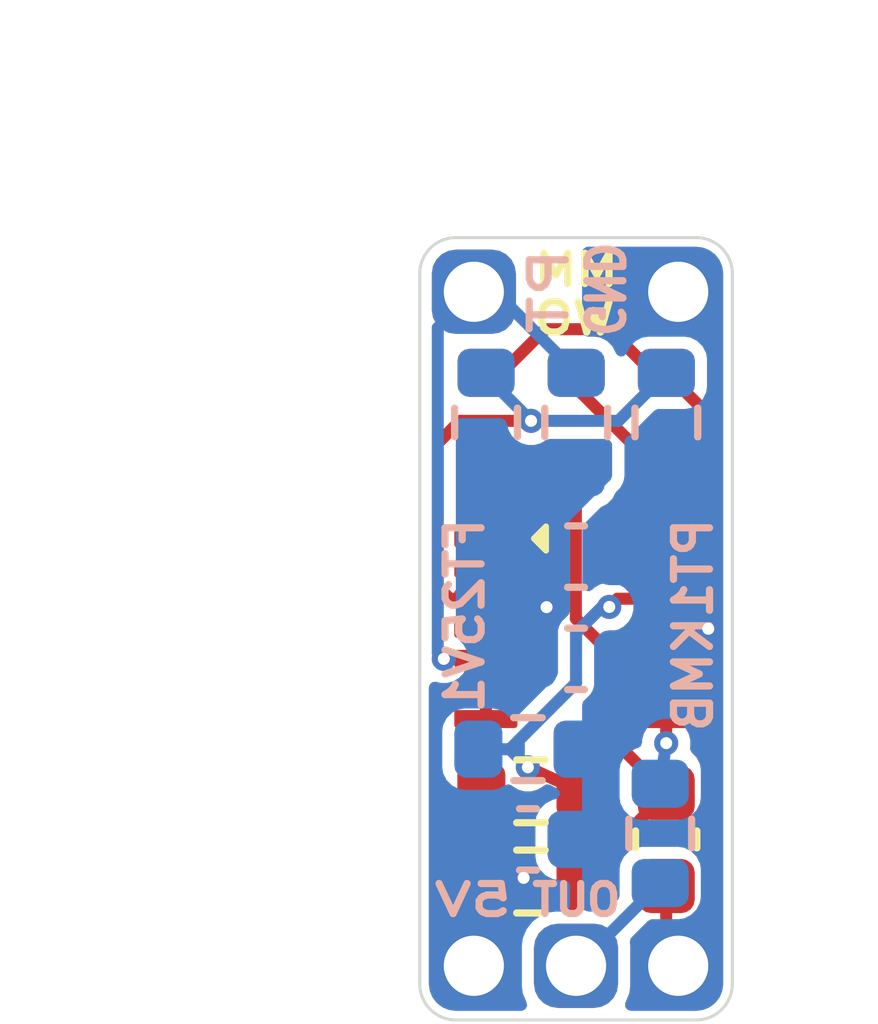
<source format=kicad_pcb>
(kicad_pcb (version 20241229) (generator "pcbnew") (generator_version "9.0")
  (layers (0 "F.Cu" signal) (2 "B.Cu" signal) (13 "F.Paste" user) (15 "B.Paste" user) (5 "F.SilkS" user "F.Silkscreen") (7 "B.SilkS" user "B.Silkscreen") (1 "F.Mask" user) (3 "B.Mask" user) (25 "Edge.Cuts" user))
  (net 0 "")
  (net 1 "GND")
  (net 2 "+5V")
  (net 3 "Net-(U1C-+)")
  (net 4 "/PT_SIDE")
  (net 5 "/OUT")
  (net 6 "/DIFF_OUT")
  (net 7 "/REF_SIDE")
  (net 8 "/REF_SIDE_BUFFERED")
  (net 9 "/PT_SIDE_BUFFERED")
  (net 10 "Net-(U1D--)")
  (net 11 "Net-(U1D-+)")
  (net 12 "Net-(U1C--)")
  (footprint "Resistor_SMD:R_0603_1608Metric" (layer "F.Cu") (at 138.95 96.5)
    (property "Reference" "R9" (hide yes))
    (property "Value" "9.09k")
    (fp_line (start -0.237258 -0.5225) (end 0.237258 -0.5225) (stroke (width 0.12)) (layer "F.SilkS"))
    (fp_line (start -0.237258 0.5225) (end 0.237258 0.5225) (stroke (width 0.12)) (layer "F.SilkS"))
    (pad "1" smd roundrect (at -0.825 0) (size 0.8 0.95) (layers "F.Cu" "F.Mask" "F.Paste") (net 2 "+5V"))
    (pad "2" smd roundrect (at 0.825 0) (size 0.8 0.95) (layers "F.Cu" "F.Mask" "F.Paste") (net 3 "Net-(U1C-+)"))
  )
  (footprint "MessbrueckePT1000:SOT-23-14" (layer "F.Cu") (at 139.7 92.3 -90)
    (property "Reference" "U1" (hide yes))
    (property "Value" "TLV9004")
    (fp_poly (pts (xy -1.5 0.7) (xy -1.7 0.5) (xy -1.3 0.5)) (stroke (width 0.1)) (fill yes) (layer "F.SilkS"))
    (pad "1" smd roundrect (at -1.5 1.5 270) (size 0.3 1.05) (layers "F.Cu" "F.Mask" "F.Paste") (roundrect_rratio 0.1666666667) (net 8 "/REF_SIDE_BUFFERED"))
    (pad "2" smd roundrect (at -1 1.5 270) (size 0.3 1.05) (layers "F.Cu" "F.Mask" "F.Paste") (roundrect_rratio 0.1666666667) (net 8 "/REF_SIDE_BUFFERED"))
    (pad "3" smd roundrect (at -0.5 1.5 270) (size 0.3 1.05) (layers "F.Cu" "F.Mask" "F.Paste") (roundrect_rratio 0.1666666667) (net 7 "/REF_SIDE"))
    (pad "4" smd roundrect (at 0 1.5 270) (size 0.3 1.05) (layers "F.Cu" "F.Mask" "F.Paste") (roundrect_rratio 0.1666666667) (net 2 "+5V"))
    (pad "5" smd roundrect (at 0.5 1.5 270) (size 0.3 1.05) (layers "F.Cu" "F.Mask" "F.Paste") (roundrect_rratio 0.1666666667) (net 4 "/PT_SIDE"))
    (pad "6" smd roundrect (at 1 1.5 270) (size 0.3 1.05) (layers "F.Cu" "F.Mask" "F.Paste") (roundrect_rratio 0.1666666667) (net 9 "/PT_SIDE_BUFFERED"))
    (pad "7" smd roundrect (at 1.5 1.5 270) (size 0.3 1.05) (layers "F.Cu" "F.Mask" "F.Paste") (roundrect_rratio 0.1666666667) (net 9 "/PT_SIDE_BUFFERED"))
    (pad "8" smd roundrect (at 1.5 -1.5 270) (size 0.3 1.05) (layers "F.Cu" "F.Mask" "F.Paste") (roundrect_rratio 0.1666666667) (net 12 "Net-(U1C--)"))
    (pad "9" smd roundrect (at 1 -1.5 270) (size 0.3 1.05) (layers "F.Cu" "F.Mask" "F.Paste") (roundrect_rratio 0.1666666667) (net 12 "Net-(U1C--)"))
    (pad "10" smd roundrect (at 0.5 -1.5 270) (size 0.3 1.05) (layers "F.Cu" "F.Mask" "F.Paste") (roundrect_rratio 0.1666666667) (net 3 "Net-(U1C-+)"))
    (pad "11" smd roundrect (at 0 -1.5 270) (size 0.3 1.05) (layers "F.Cu" "F.Mask" "F.Paste") (roundrect_rratio 0.1666666667) (net 1 "GND"))
    (pad "12" smd roundrect (at -0.5 -1.5 270) (size 0.3 1.05) (layers "F.Cu" "F.Mask" "F.Paste") (roundrect_rratio 0.1666666667) (net 11 "Net-(U1D-+)"))
    (pad "13" smd roundrect (at -1 -1.5 270) (size 0.3 1.05) (layers "F.Cu" "F.Mask" "F.Paste") (roundrect_rratio 0.1666666667) (net 10 "Net-(U1D--)"))
    (pad "14" smd roundrect (at -1.5 -1.5 270) (size 0.3 1.05) (layers "F.Cu" "F.Mask" "F.Paste") (roundrect_rratio 0.1666666667) (net 6 "/DIFF_OUT"))
  )
  (footprint "Capacitor_SMD:C_0603_1608Metric" (layer "F.Cu") (at 141.2 95.8 -90)
    (property "Reference" "C4" (hide yes))
    (property "Value" "100nF")
    (fp_line (start -0.140581 0.51) (end 0.140581 0.51) (stroke (width 0.12)) (layer "F.SilkS"))
    (fp_line (start -0.140581 -0.51) (end 0.140581 -0.51) (stroke (width 0.12)) (layer "F.SilkS"))
    (pad "1" smd roundrect (at -0.775 0 270) (size 0.9 0.95) (layers "F.Cu" "F.Mask" "F.Paste") (net 3 "Net-(U1C-+)"))
    (pad "2" smd roundrect (at 0.775 0 270) (size 0.9 0.95) (layers "F.Cu" "F.Mask" "F.Paste") (net 1 "GND"))
  )
  (footprint "MessbrueckePT1000:SolderWire_Small_1mm" (layer "F.Cu") (at 141.4 97.9 90)
    (property "Reference" "J5" (hide yes))
    (property "Value" "Conn_01x01_Socket" (hide yes))
    (pad "1" thru_hole roundrect (at 0 0 90) (size 1.4 1.4) (drill 1) (layers "*.Cu" "*.Mask") (roundrect_rratio 0.2857142857) (net 1 "GND"))
  )
  (footprint "Resistor_SMD:R_0603_1608Metric" (layer "F.Cu") (at 138.95 95 180)
    (property "Reference" "R5" (hide yes))
    (property "Value" "1k")
    (fp_line (start -0.237258 0.5225) (end 0.237258 0.5225) (stroke (width 0.12)) (layer "F.SilkS"))
    (fp_line (start -0.237258 -0.5225) (end 0.237258 -0.5225) (stroke (width 0.12)) (layer "F.SilkS"))
    (pad "1" smd roundrect (at -0.825 0 180) (size 0.8 0.95) (layers "F.Cu" "F.Mask" "F.Paste") (net 11 "Net-(U1D-+)"))
    (pad "2" smd roundrect (at 0.825 0 180) (size 0.8 0.95) (layers "F.Cu" "F.Mask" "F.Paste") (net 9 "/PT_SIDE_BUFFERED"))
  )
  (footprint "MessbrueckePT1000:SolderWire_Small_1mm" (layer "F.Cu") (at 139.7 97.9 90)
    (property "Reference" "J4" (hide yes))
    (property "Value" "Conn_01x01_Socket" (hide yes))
    (pad "1" thru_hole roundrect (at 0 0 90) (size 1.4 1.4) (drill 1) (layers "*.Cu" "*.Mask") (roundrect_rratio 0.2857142857) (net 5 "/OUT"))
  )
  (footprint "Resistor_SMD:R_0603_1608Metric" (layer "F.Cu") (at 139.702775 88.872225 90)
    (property "Reference" "R8" (hide yes))
    (property "Value" "1k")
    (fp_line (start -0.237258 -0.5225) (end 0.237258 -0.5225) (stroke (width 0.12)) (layer "F.SilkS"))
    (fp_line (start -0.237258 0.5225) (end 0.237258 0.5225) (stroke (width 0.12)) (layer "F.SilkS"))
    (pad "1" smd roundrect (at -0.825 0 90) (size 0.8 0.95) (layers "F.Cu" "F.Mask" "F.Paste") (net 3 "Net-(U1C-+)"))
    (pad "2" smd roundrect (at 0.825 0 90) (size 0.8 0.95) (layers "F.Cu" "F.Mask" "F.Paste") (net 6 "/DIFF_OUT"))
  )
  (footprint "Resistor_SMD:R_0603_1608Metric" (layer "F.Cu") (at 141.202775 88.872225 90)
    (property "Reference" "R6" (hide yes))
    (property "Value" "43k")
    (fp_line (start -0.237258 -0.5225) (end 0.237258 -0.5225) (stroke (width 0.12)) (layer "F.SilkS"))
    (fp_line (start -0.237258 0.5225) (end 0.237258 0.5225) (stroke (width 0.12)) (layer "F.SilkS"))
    (pad "1" smd roundrect (at -0.825 0 90) (size 0.8 0.95) (layers "F.Cu" "F.Mask" "F.Paste") (net 6 "/DIFF_OUT"))
    (pad "2" smd roundrect (at 0.825 0 90) (size 0.8 0.95) (layers "F.Cu" "F.Mask" "F.Paste") (net 10 "Net-(U1D--)"))
  )
  (footprint "MessbrueckePT1000:SolderWire_Small_1mm" (layer "F.Cu") (at 138 97.9 90)
    (property "Reference" "J3" (hide yes))
    (property "Value" "Conn_01x01_Socket" (hide yes))
    (pad "1" thru_hole roundrect (at 0 0 90) (size 1.4 1.4) (drill 1) (layers "*.Cu" "*.Mask") (roundrect_rratio 0.2857142857) (net 2 "+5V"))
  )
  (footprint "MessbrueckePT1000:SolderWire_Small_1mm" (layer "F.Cu") (at 138 86.7 90)
    (property "Reference" "J1" (hide yes))
    (property "Value" "Conn_01x01_Socket" (hide yes))
    (pad "1" thru_hole roundrect (at 0 0 90) (size 1.4 1.4) (drill 1) (layers "*.Cu" "*.Mask") (roundrect_rratio 0.2857142857) (net 4 "/PT_SIDE"))
  )
  (footprint "Resistor_SMD:R_0603_1608Metric" (layer "F.Cu") (at 138.202775 88.872225 -90)
    (property "Reference" "R4" (hide yes))
    (property "Value" "1k")
    (fp_line (start -0.237258 0.5225) (end 0.237258 0.5225) (stroke (width 0.12)) (layer "F.SilkS"))
    (fp_line (start -0.237258 -0.5225) (end 0.237258 -0.5225) (stroke (width 0.12)) (layer "F.SilkS"))
    (pad "1" smd roundrect (at -0.825 0 270) (size 0.8 0.95) (layers "F.Cu" "F.Mask" "F.Paste") (net 10 "Net-(U1D--)"))
    (pad "2" smd roundrect (at 0.825 0 270) (size 0.8 0.95) (layers "F.Cu" "F.Mask" "F.Paste") (net 8 "/REF_SIDE_BUFFERED"))
  )
  (footprint "MessbrueckePT1000:SolderWire_Small_1mm" (layer "F.Cu") (at 141.4 86.7 90)
    (property "Reference" "J2" (hide yes))
    (property "Value" "Conn_01x01_Socket" (hide yes))
    (pad "1" thru_hole roundrect (at 0 0 90) (size 1.4 1.4) (drill 1) (layers "*.Cu" "*.Mask") (roundrect_rratio 0.2857142857) (net 1 "GND"))
  )
  (footprint "Capacitor_SMD:C_0603_1608Metric" (layer "B.Cu") (at 139.7 92.8)
    (property "Reference" "C2" (hide yes))
    (property "Value" "10nF")
    (fp_line (start -0.140581 -0.51) (end 0.140581 -0.51) (stroke (width 0.12)) (layer "B.SilkS"))
    (fp_line (start -0.140581 0.51) (end 0.140581 0.51) (stroke (width 0.12)) (layer "B.SilkS"))
    (pad "1" smd roundrect (at -0.775 0) (size 0.9 0.95) (layers "B.Cu" "B.Mask" "B.Paste") (net 2 "+5V"))
    (pad "2" smd roundrect (at 0.775 0) (size 0.9 0.95) (layers "B.Cu" "B.Mask" "B.Paste") (net 1 "GND"))
  )
  (footprint "Resistor_SMD:R_0603_1608Metric" (layer "B.Cu") (at 139.702775 88.872225 90)
    (property "Reference" "R1" (hide yes))
    (property "Value" "9.09k")
    (fp_line (start -0.237258 -0.5225) (end 0.237258 -0.5225) (stroke (width 0.12)) (layer "B.SilkS"))
    (fp_line (start -0.237258 0.5225) (end 0.237258 0.5225) (stroke (width 0.12)) (layer "B.SilkS"))
    (pad "1" smd roundrect (at -0.825 0 90) (size 0.8 0.95) (layers "B.Cu" "B.Mask" "B.Paste") (net 2 "+5V"))
    (pad "2" smd roundrect (at 0.825 0 90) (size 0.8 0.95) (layers "B.Cu" "B.Mask" "B.Paste") (net 4 "/PT_SIDE"))
  )
  (footprint "Resistor_SMD:R_0603_1608Metric" (layer "B.Cu") (at 138.202775 88.872225 90)
    (property "Reference" "R2" (hide yes))
    (property "Value" "9.09k")
    (fp_line (start -0.237258 -0.5225) (end 0.237258 -0.5225) (stroke (width 0.12)) (layer "B.SilkS"))
    (fp_line (start -0.237258 0.5225) (end 0.237258 0.5225) (stroke (width 0.12)) (layer "B.SilkS"))
    (pad "1" smd roundrect (at -0.825 0 90) (size 0.8 0.95) (layers "B.Cu" "B.Mask" "B.Paste") (net 2 "+5V"))
    (pad "2" smd roundrect (at 0.825 0 90) (size 0.8 0.95) (layers "B.Cu" "B.Mask" "B.Paste") (net 7 "/REF_SIDE"))
  )
  (footprint "Resistor_SMD:R_0603_1608Metric" (layer "B.Cu") (at 141.202775 88.872225 -90)
    (property "Reference" "R3" (hide yes))
    (property "Value" "1k")
    (fp_line (start -0.237258 0.5225) (end 0.237258 0.5225) (stroke (width 0.12)) (layer "B.SilkS"))
    (fp_line (start -0.237258 -0.5225) (end 0.237258 -0.5225) (stroke (width 0.12)) (layer "B.SilkS"))
    (pad "1" smd roundrect (at -0.825 0 270) (size 0.8 0.95) (layers "B.Cu" "B.Mask" "B.Paste") (net 7 "/REF_SIDE"))
    (pad "2" smd roundrect (at 0.825 0 270) (size 0.8 0.95) (layers "B.Cu" "B.Mask" "B.Paste") (net 1 "GND"))
  )
  (footprint "Resistor_SMD:R_0603_1608Metric" (layer "B.Cu") (at 138.9 94.3)
    (property "Reference" "R7" (hide yes))
    (property "Value" "43k")
    (fp_line (start -0.237258 -0.5225) (end 0.237258 -0.5225) (stroke (width 0.12)) (layer "B.SilkS"))
    (fp_line (start -0.237258 0.5225) (end 0.237258 0.5225) (stroke (width 0.12)) (layer "B.SilkS"))
    (pad "1" smd roundrect (at -0.825 0) (size 0.8 0.95) (layers "B.Cu" "B.Mask" "B.Paste") (net 11 "Net-(U1D-+)"))
    (pad "2" smd roundrect (at 0.825 0) (size 0.8 0.95) (layers "B.Cu" "B.Mask" "B.Paste") (net 1 "GND"))
  )
  (footprint "Capacitor_SMD:C_0603_1608Metric" (layer "B.Cu") (at 138.9 95.8)
    (property "Reference" "C3" (hide yes))
    (property "Value" "100nF")
    (fp_line (start -0.140581 -0.51) (end 0.140581 -0.51) (stroke (width 0.12)) (layer "B.SilkS"))
    (fp_line (start -0.140581 0.51) (end 0.140581 0.51) (stroke (width 0.12)) (layer "B.SilkS"))
    (pad "1" smd roundrect (at -0.775 0) (size 0.9 0.95) (layers "B.Cu" "B.Mask" "B.Paste") (net 2 "+5V"))
    (pad "2" smd roundrect (at 0.775 0) (size 0.9 0.95) (layers "B.Cu" "B.Mask" "B.Paste") (net 1 "GND"))
  )
  (footprint "Resistor_SMD:R_0603_1608Metric" (layer "B.Cu") (at 141.1 95.7 90)
    (property "Reference" "R10" (hide yes))
    (property "Value" "1k")
    (fp_line (start -0.237258 -0.5225) (end 0.237258 -0.5225) (stroke (width 0.12)) (layer "B.SilkS"))
    (fp_line (start -0.237258 0.5225) (end 0.237258 0.5225) (stroke (width 0.12)) (layer "B.SilkS"))
    (pad "1" smd roundrect (at -0.825 0 90) (size 0.8 0.95) (layers "B.Cu" "B.Mask" "B.Paste") (net 5 "/OUT"))
    (pad "2" smd roundrect (at 0.825 0 90) (size 0.8 0.95) (layers "B.Cu" "B.Mask" "B.Paste") (net 12 "Net-(U1C--)"))
  )
  (footprint "Capacitor_SMD:C_0603_1608Metric" (layer "B.Cu") (at 139.7 91.1)
    (property "Reference" "C1" (hide yes))
    (property "Value" "1uF")
    (fp_line (start -0.140581 -0.51) (end 0.140581 -0.51) (stroke (width 0.12)) (layer "B.SilkS"))
    (fp_line (start -0.140581 0.51) (end 0.140581 0.51) (stroke (width 0.12)) (layer "B.SilkS"))
    (pad "1" smd roundrect (at -0.775 0) (size 0.9 0.95) (layers "B.Cu" "B.Mask" "B.Paste") (net 2 "+5V"))
    (pad "2" smd roundrect (at 0.775 0) (size 0.9 0.95) (layers "B.Cu" "B.Mask" "B.Paste") (net 1 "GND"))
  )
  (gr_line (start 137.1 98.2) (end 137.1 86.4) (stroke (width 0.05)) (layer "Edge.Cuts"))
  (gr_arc (start 137.7 98.8) (mid 137.275736 98.624264) (end 137.1 98.2) (stroke (width 0.05)) (layer "Edge.Cuts"))
  (gr_arc (start 141.7 85.8) (mid 142.124264 85.975736) (end 142.3 86.4) (stroke (width 0.05)) (layer "Edge.Cuts"))
  (gr_line (start 141.7 85.8) (end 137.7 85.8) (stroke (width 0.05)) (layer "Edge.Cuts"))
  (gr_line (start 142.3 98.2) (end 142.3 86.4) (stroke (width 0.05)) (layer "Edge.Cuts"))
  (gr_line (start 141.7 98.8) (end 137.7 98.8) (stroke (width 0.05)) (layer "Edge.Cuts"))
  (gr_arc (start 137.1 86.4) (mid 137.275736 85.975736) (end 137.7 85.8) (stroke (width 0.05)) (layer "Edge.Cuts"))
  (gr_arc (start 142.3 98.2) (mid 142.124264 98.624264) (end 141.7 98.8) (stroke (width 0.05)) (layer "Edge.Cuts"))
  (gr_text "MM\nOW" (at 138.940847 87.435361 0) (layer "F.SilkS") (effects (font (size 0.5 0.6) (thickness 0.12) (bold yes)) (justify left bottom)))
  (gr_text "PT1KMB" (at 142 90.4 90) (layer "B.SilkS") (effects (font (size 0.6 0.6) (thickness 0.12) (bold yes)) (justify left bottom mirror)))
  (gr_text "OUT" (at 140.5 97.1 0) (layer "B.SilkS") (effects (font (size 0.5 0.5) (thickness 0.12) (bold yes)) (justify left bottom mirror)))
  (gr_text "GND" (at 139.8 87.5 -90) (layer "B.SilkS") (effects (font (size 0.6 0.5) (thickness 0.12) (bold yes)) (justify left bottom mirror)))
  (gr_text "FT25V1" (at 138.2 90.4 90) (layer "B.SilkS") (effects (font (size 0.6 0.6) (thickness 0.12) (bold yes)) (justify left bottom mirror)))
  (gr_text "PT" (at 139.6 85.9 90) (layer "B.SilkS") (effects (font (size 0.6 0.8) (thickness 0.12) (bold yes)) (justify left bottom mirror)))
  (gr_text "5V" (at 138.7 97.1 0) (layer "B.SilkS") (effects (font (size 0.5 0.7) (thickness 0.12) (bold yes)) (justify left bottom mirror)))
  (segment (start 141.2 97.7) (end 141.4 97.9) (width 0.2) (layer "F.Cu") (net 1))
  (segment (start 141.2 92.3) (end 141.9 92.3) (width 0.2) (layer "F.Cu") (net 1))
  (segment (start 141.2 96.575) (end 141.2 97.7) (width 0.2) (layer "F.Cu") (net 1))
  (via (at 141.9 92.3) (size 0.4) (drill 0.2) (layers "F.Cu" "B.Cu") (net 1))
  (segment (start 138.2 92.3) (end 138.850247 92.3) (width 0.2) (layer "F.Cu") (net 2))
  (segment (start 138.827845 96.439108) (end 138.125 96.5) (width 0.2) (layer "F.Cu") (net 2))
  (segment (start 138.850247 92.3) (end 139.209731 91.940516) (width 0.2) (layer "F.Cu") (net 2))
  (via (at 138.827845 96.439108) (size 0.4) (drill 0.2) (layers "F.Cu" "B.Cu") (net 2))
  (via (at 139.209731 91.940516) (size 0.4) (drill 0.2) (layers "F.Cu" "B.Cu") (net 2))
  (segment (start 138.827845 96.439108) (end 138.125 95.8) (width 0.2) (layer "B.Cu") (net 2))
  (segment (start 140.365801 92.8) (end 139.697225 92.131424) (width 0.2) (layer "F.Cu") (net 3))
  (segment (start 139.7 89.7) (end 139.702775 89.697225) (width 0.2) (layer "F.Cu") (net 3))
  (segment (start 139.775 96.5) (end 141.2 95.025) (width 0.2) (layer "F.Cu") (net 3))
  (segment (start 140.627226 92.8) (end 140.365801 92.8) (width 0.2) (layer "F.Cu") (net 3))
  (segment (start 141.2 95.025) (end 140.374 94.199) (width 0.2) (layer "F.Cu") (net 3))
  (segment (start 140.374 93.053226) (end 140.374 92.808199) (width 0.2) (layer "F.Cu") (net 3))
  (segment (start 140.374 92.808199) (end 140.365801 92.8) (width 0.2) (layer "F.Cu") (net 3))
  (segment (start 140.627226 92.8) (end 141.2 92.8) (width 0.2) (layer "F.Cu") (net 3))
  (segment (start 140.374 93.053226) (end 140.627226 92.8) (width 0.2) (layer "F.Cu") (net 3))
  (segment (start 140.374 94.199) (end 140.374 93.053226) (width 0.2) (layer "F.Cu") (net 3))
  (segment (start 139.697225 92.131424) (end 139.697225 89.377775) (width 0.2) (layer "F.Cu") (net 3))
  (segment (start 138.2 92.8) (end 137.5 92.8) (width 0.2) (layer "F.Cu") (net 4))
  (via (at 137.5 92.8) (size 0.4) (drill 0.2) (layers "F.Cu" "B.Cu") (net 4))
  (segment (start 138.35555 86.7) (end 138 86.7) (width 0.2) (layer "B.Cu") (net 4))
  (segment (start 137.4 92.7) (end 137.5 92.8) (width 0.2) (layer "B.Cu") (net 4))
  (segment (start 139.702775 88.047225) (end 138.35555 86.7) (width 0.2) (layer "B.Cu") (net 4))
  (segment (start 138 86.7) (end 137.4 87.3) (width 0.2) (layer "B.Cu") (net 4))
  (segment (start 137.4 87.3) (end 137.4 92.7) (width 0.2) (layer "B.Cu") (net 4))
  (segment (start 139.7 97.9) (end 139.725 97.9) (width 0.2) (layer "B.Cu") (net 5))
  (segment (start 139.725 97.9) (end 141.1 96.525) (width 0.2) (layer "B.Cu") (net 5))
  (segment (start 141.202775 89.697225) (end 141.2 90.8) (width 0.2) (layer "F.Cu") (net 6))
  (segment (start 141.202775 89.797225) (end 139.702775 88.297225) (width 0.2) (layer "F.Cu") (net 6))
  (segment (start 137.6 91.8) (end 137.4 91.6) (width 0.2) (layer "F.Cu") (net 7))
  (segment (start 137.4 89.216147) (end 137.771239 88.844908) (width 0.2) (layer "F.Cu") (net 7))
  (segment (start 137.771239 88.844908) (end 138.951663 88.844908) (width 0.2) (layer "F.Cu") (net 7))
  (segment (start 138.2 91.8) (end 137.6 91.8) (width 0.2) (layer "F.Cu") (net 7))
  (segment (start 137.4 91.6) (end 137.4 89.216147) (width 0.2) (layer "F.Cu") (net 7))
  (via (at 138.951663 88.844908) (size 0.4) (drill 0.2) (layers "F.Cu" "B.Cu") (net 7))
  (segment (start 140.405092 88.844908) (end 141.202775 88.047225) (width 0.2) (layer "B.Cu") (net 7))
  (segment (start 138.202775 88.047225) (end 138.202775 88.09602) (width 0.2) (layer "B.Cu") (net 7))
  (segment (start 138.202775 88.09602) (end 138.951663 88.844908) (width 0.2) (layer "B.Cu") (net 7))
  (segment (start 138.951663 88.844908) (end 140.405092 88.844908) (width 0.2) (layer "B.Cu") (net 7))
  (segment (start 138.2 91.3) (end 138.202775 89.697225) (width 0.2) (layer "F.Cu") (net 8))
  (segment (start 138.2 94.975) (end 138.125 95.05) (width 0.2) (layer "F.Cu") (net 9))
  (segment (start 138.2 93.3) (end 138.2 94.975) (width 0.2) (layer "F.Cu") (net 9))
  (segment (start 140.978881 88.047225) (end 140.253881 87.322225) (width 0.2) (layer "F.Cu") (net 10))
  (segment (start 142 91.025) (end 142 88.84445) (width 0.2) (layer "F.Cu") (net 10))
  (segment (start 138.460943 88.047225) (end 138.202775 88.047225) (width 0.2) (layer "F.Cu") (net 10))
  (segment (start 140.253881 87.322225) (end 139.185943 87.322225) (width 0.2) (layer "F.Cu") (net 10))
  (segment (start 141.202775 88.047225) (end 140.978881 88.047225) (width 0.2) (layer "F.Cu") (net 10))
  (segment (start 139.185943 87.322225) (end 138.460943 88.047225) (width 0.2) (layer "F.Cu") (net 10))
  (segment (start 142 88.84445) (end 141.202775 88.047225) (width 0.2) (layer "F.Cu") (net 10))
  (segment (start 141.725 91.3) (end 142 91.025) (width 0.2) (layer "F.Cu") (net 10))
  (segment (start 141.2 91.3) (end 141.725 91.3) (width 0.2) (layer "F.Cu") (net 10))
  (segment (start 140.389432 91.8) (end 140.252681 91.936751) (width 0.2) (layer "F.Cu") (net 11))
  (segment (start 139.775 95) (end 138.898704 94.601296) (width 0.2) (layer "F.Cu") (net 11))
  (segment (start 141.2 91.8) (end 140.389432 91.8) (width 0.2) (layer "F.Cu") (net 11))
  (via (at 138.898704 94.601296) (size 0.4) (drill 0.2) (layers "F.Cu" "B.Cu") (net 11))
  (via (at 140.252681 91.936751) (size 0.4) (drill 0.2) (layers "F.Cu" "B.Cu") (net 11))
  (segment (start 138.748704 94.151296) (end 138.748704 94.451296) (width 0.2) (layer "B.Cu") (net 11))
  (segment (start 139.7 92.368632) (end 139.7 93.2) (width 0.2) (layer "B.Cu") (net 11))
  (segment (start 139.7 93.2) (end 138.598704 94.301296) (width 0.2) (layer "B.Cu") (net 11))
  (segment (start 138.898704 94.601296) (end 138.748704 94.451296) (width 0.2) (layer "B.Cu") (net 11))
  (segment (start 138.598704 94.301296) (end 138.073704 94.301296) (width 0.2) (layer "B.Cu") (net 11))
  (segment (start 138.748704 94.451296) (end 138.598704 94.301296) (width 0.2) (layer "B.Cu") (net 11))
  (segment (start 140.131881 91.936751) (end 139.7 92.368632) (width 0.2) (layer "B.Cu") (net 11))
  (segment (start 140.252681 91.936751) (end 140.131881 91.936751) (width 0.2) (layer "B.Cu") (net 11))
  (segment (start 141.2 93.3) (end 141.2 93.8) (width 0.2) (layer "F.Cu") (net 12))
  (segment (start 141.2 94.2) (end 141.2 93.8) (width 0.2) (layer "F.Cu") (net 12))
  (via (at 141.2 94.2) (size 0.4) (drill 0.2) (layers "F.Cu" "B.Cu") (net 12))
  (segment (start 141.2 94.2) (end 141.1 94.875) (width 0.2) (layer "B.Cu") (net 12))
  (zone (net 2) (net_name "+5V") (layer "B.Cu") (priority 1) (connect_pads yes (clearance 0.2)) (min_thickness 0.2) (fill yes (thermal_gap 0.5) (thermal_bridge_width 0.5))
    (polygon (pts (xy 137.1 98.8) (xy 137.1 88.8) (xy 140.3 88.8) (xy 140.3 89.8) (xy 139.6 90.5) (xy 139.6 98.8)))
  )
  (zone (net 1) (net_name "GND") (layer "B.Cu") (connect_pads yes (clearance 0.2)) (min_thickness 0.2) (fill yes (thermal_gap 0.5) (thermal_bridge_width 0.5))
    (polygon (pts (xy 142.3 98.8) (xy 142.3 85.7) (xy 139.8 85.7) (xy 139.8 98.8)))
  )
)
</source>
